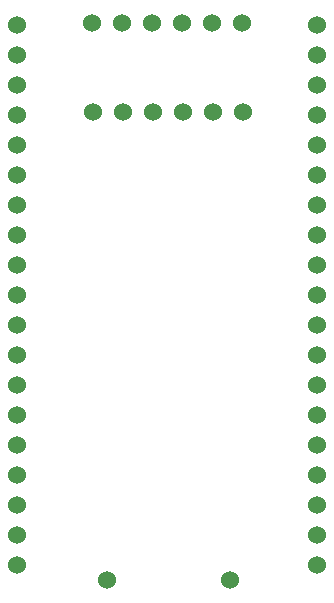
<source format=gbl>
G04 Layer: BottomLayer*
G04 EasyEDA v6.5.22, 2023-01-02 13:12:36*
G04 47529accbdb14ac4be852964c7da3e5e,963ededa1bec40798c37f3e62625e793,10*
G04 Gerber Generator version 0.2*
G04 Scale: 100 percent, Rotated: No, Reflected: No *
G04 Dimensions in millimeters *
G04 leading zeros omitted , absolute positions ,4 integer and 5 decimal *
%FSLAX45Y45*%
%MOMM*%

%ADD10C,1.5240*%

%LPD*%
D10*
G01*
X889000Y127000D03*
G01*
X1930400Y127000D03*
G01*
X127000Y508000D03*
G01*
X127000Y254000D03*
G01*
X127000Y762000D03*
G01*
X127000Y1016000D03*
G01*
X127000Y1270000D03*
G01*
X127000Y1524000D03*
G01*
X127000Y1778000D03*
G01*
X127000Y2032000D03*
G01*
X127000Y2286000D03*
G01*
X127000Y2540000D03*
G01*
X127000Y2794000D03*
G01*
X127000Y3048000D03*
G01*
X127000Y3302000D03*
G01*
X127000Y3556000D03*
G01*
X127000Y3810000D03*
G01*
X127000Y4064000D03*
G01*
X127000Y4318000D03*
G01*
X127000Y4572000D03*
G01*
X127000Y4826000D03*
G01*
X2667000Y4826000D03*
G01*
X2667000Y4572000D03*
G01*
X2667000Y4318000D03*
G01*
X2667000Y4064000D03*
G01*
X2667000Y3810000D03*
G01*
X2667000Y3556000D03*
G01*
X2667000Y3302000D03*
G01*
X2667000Y3048000D03*
G01*
X2667000Y2794000D03*
G01*
X2667000Y2540000D03*
G01*
X2667000Y2286000D03*
G01*
X2667000Y2032000D03*
G01*
X2667000Y1778000D03*
G01*
X2667000Y1524000D03*
G01*
X2667000Y1270000D03*
G01*
X2667000Y1016000D03*
G01*
X2667000Y762000D03*
G01*
X2667000Y508000D03*
G01*
X2667000Y254000D03*
G01*
X774700Y4089400D03*
G01*
X1028700Y4089400D03*
G01*
X1282700Y4089400D03*
G01*
X1536700Y4089400D03*
G01*
X1790700Y4089400D03*
G01*
X2044700Y4089400D03*
G01*
X761111Y4838700D03*
G01*
X2031111Y4838700D03*
G01*
X1777111Y4838700D03*
G01*
X1523111Y4838700D03*
G01*
X1269111Y4838700D03*
G01*
X1015111Y4838700D03*
M02*

</source>
